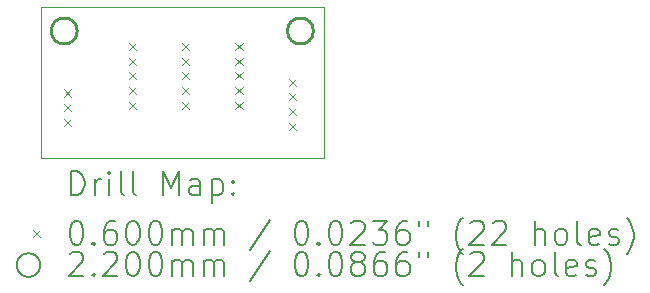
<source format=gbr>
%TF.GenerationSoftware,KiCad,Pcbnew,8.0.3-8.0.3-0~ubuntu22.04.1*%
%TF.CreationDate,2024-06-15T19:30:14-04:00*%
%TF.ProjectId,head_board,68656164-5f62-46f6-9172-642e6b696361,rev?*%
%TF.SameCoordinates,Original*%
%TF.FileFunction,Drillmap*%
%TF.FilePolarity,Positive*%
%FSLAX45Y45*%
G04 Gerber Fmt 4.5, Leading zero omitted, Abs format (unit mm)*
G04 Created by KiCad (PCBNEW 8.0.3-8.0.3-0~ubuntu22.04.1) date 2024-06-15 19:30:14*
%MOMM*%
%LPD*%
G01*
G04 APERTURE LIST*
%ADD10C,0.050000*%
%ADD11C,0.200000*%
%ADD12C,0.100000*%
%ADD13C,0.220000*%
G04 APERTURE END LIST*
D10*
X7000000Y-8275000D02*
X7000000Y-7000000D01*
X9400000Y-7000000D02*
X9400000Y-8275000D01*
X9400000Y-8275000D02*
X7000000Y-8275000D01*
X7000000Y-7000000D02*
X9400000Y-7000000D01*
D11*
D12*
X7195000Y-7695000D02*
X7255000Y-7755000D01*
X7255000Y-7695000D02*
X7195000Y-7755000D01*
X7195000Y-7820000D02*
X7255000Y-7880000D01*
X7255000Y-7820000D02*
X7195000Y-7880000D01*
X7195000Y-7945000D02*
X7255000Y-8005000D01*
X7255000Y-7945000D02*
X7195000Y-8005000D01*
X7750000Y-7300000D02*
X7810000Y-7360000D01*
X7810000Y-7300000D02*
X7750000Y-7360000D01*
X7750000Y-7425000D02*
X7810000Y-7485000D01*
X7810000Y-7425000D02*
X7750000Y-7485000D01*
X7750000Y-7550000D02*
X7810000Y-7610000D01*
X7810000Y-7550000D02*
X7750000Y-7610000D01*
X7750000Y-7675000D02*
X7810000Y-7735000D01*
X7810000Y-7675000D02*
X7750000Y-7735000D01*
X7750000Y-7800000D02*
X7810000Y-7860000D01*
X7810000Y-7800000D02*
X7750000Y-7860000D01*
X8200000Y-7300000D02*
X8260000Y-7360000D01*
X8260000Y-7300000D02*
X8200000Y-7360000D01*
X8200000Y-7425000D02*
X8260000Y-7485000D01*
X8260000Y-7425000D02*
X8200000Y-7485000D01*
X8200000Y-7550000D02*
X8260000Y-7610000D01*
X8260000Y-7550000D02*
X8200000Y-7610000D01*
X8200000Y-7675000D02*
X8260000Y-7735000D01*
X8260000Y-7675000D02*
X8200000Y-7735000D01*
X8200000Y-7800000D02*
X8260000Y-7860000D01*
X8260000Y-7800000D02*
X8200000Y-7860000D01*
X8650000Y-7300000D02*
X8710000Y-7360000D01*
X8710000Y-7300000D02*
X8650000Y-7360000D01*
X8650000Y-7425000D02*
X8710000Y-7485000D01*
X8710000Y-7425000D02*
X8650000Y-7485000D01*
X8650000Y-7550000D02*
X8710000Y-7610000D01*
X8710000Y-7550000D02*
X8650000Y-7610000D01*
X8650000Y-7675000D02*
X8710000Y-7735000D01*
X8710000Y-7675000D02*
X8650000Y-7735000D01*
X8650000Y-7800000D02*
X8710000Y-7860000D01*
X8710000Y-7800000D02*
X8650000Y-7860000D01*
X9100000Y-7602500D02*
X9160000Y-7662500D01*
X9160000Y-7602500D02*
X9100000Y-7662500D01*
X9100000Y-7727500D02*
X9160000Y-7787500D01*
X9160000Y-7727500D02*
X9100000Y-7787500D01*
X9100000Y-7852500D02*
X9160000Y-7912500D01*
X9160000Y-7852500D02*
X9100000Y-7912500D01*
X9100000Y-7977500D02*
X9160000Y-8037500D01*
X9160000Y-7977500D02*
X9100000Y-8037500D01*
D13*
X7310000Y-7200000D02*
G75*
G02*
X7090000Y-7200000I-110000J0D01*
G01*
X7090000Y-7200000D02*
G75*
G02*
X7310000Y-7200000I110000J0D01*
G01*
X9310000Y-7200000D02*
G75*
G02*
X9090000Y-7200000I-110000J0D01*
G01*
X9090000Y-7200000D02*
G75*
G02*
X9310000Y-7200000I110000J0D01*
G01*
D11*
X7258277Y-8588984D02*
X7258277Y-8388984D01*
X7258277Y-8388984D02*
X7305896Y-8388984D01*
X7305896Y-8388984D02*
X7334467Y-8398508D01*
X7334467Y-8398508D02*
X7353515Y-8417555D01*
X7353515Y-8417555D02*
X7363039Y-8436603D01*
X7363039Y-8436603D02*
X7372562Y-8474698D01*
X7372562Y-8474698D02*
X7372562Y-8503270D01*
X7372562Y-8503270D02*
X7363039Y-8541365D01*
X7363039Y-8541365D02*
X7353515Y-8560412D01*
X7353515Y-8560412D02*
X7334467Y-8579460D01*
X7334467Y-8579460D02*
X7305896Y-8588984D01*
X7305896Y-8588984D02*
X7258277Y-8588984D01*
X7458277Y-8588984D02*
X7458277Y-8455650D01*
X7458277Y-8493746D02*
X7467801Y-8474698D01*
X7467801Y-8474698D02*
X7477324Y-8465174D01*
X7477324Y-8465174D02*
X7496372Y-8455650D01*
X7496372Y-8455650D02*
X7515420Y-8455650D01*
X7582086Y-8588984D02*
X7582086Y-8455650D01*
X7582086Y-8388984D02*
X7572562Y-8398508D01*
X7572562Y-8398508D02*
X7582086Y-8408031D01*
X7582086Y-8408031D02*
X7591610Y-8398508D01*
X7591610Y-8398508D02*
X7582086Y-8388984D01*
X7582086Y-8388984D02*
X7582086Y-8408031D01*
X7705896Y-8588984D02*
X7686848Y-8579460D01*
X7686848Y-8579460D02*
X7677324Y-8560412D01*
X7677324Y-8560412D02*
X7677324Y-8388984D01*
X7810658Y-8588984D02*
X7791610Y-8579460D01*
X7791610Y-8579460D02*
X7782086Y-8560412D01*
X7782086Y-8560412D02*
X7782086Y-8388984D01*
X8039229Y-8588984D02*
X8039229Y-8388984D01*
X8039229Y-8388984D02*
X8105896Y-8531841D01*
X8105896Y-8531841D02*
X8172562Y-8388984D01*
X8172562Y-8388984D02*
X8172562Y-8588984D01*
X8353515Y-8588984D02*
X8353515Y-8484222D01*
X8353515Y-8484222D02*
X8343991Y-8465174D01*
X8343991Y-8465174D02*
X8324943Y-8455650D01*
X8324943Y-8455650D02*
X8286848Y-8455650D01*
X8286848Y-8455650D02*
X8267801Y-8465174D01*
X8353515Y-8579460D02*
X8334467Y-8588984D01*
X8334467Y-8588984D02*
X8286848Y-8588984D01*
X8286848Y-8588984D02*
X8267801Y-8579460D01*
X8267801Y-8579460D02*
X8258277Y-8560412D01*
X8258277Y-8560412D02*
X8258277Y-8541365D01*
X8258277Y-8541365D02*
X8267801Y-8522317D01*
X8267801Y-8522317D02*
X8286848Y-8512793D01*
X8286848Y-8512793D02*
X8334467Y-8512793D01*
X8334467Y-8512793D02*
X8353515Y-8503270D01*
X8448753Y-8455650D02*
X8448753Y-8655650D01*
X8448753Y-8465174D02*
X8467801Y-8455650D01*
X8467801Y-8455650D02*
X8505896Y-8455650D01*
X8505896Y-8455650D02*
X8524944Y-8465174D01*
X8524944Y-8465174D02*
X8534467Y-8474698D01*
X8534467Y-8474698D02*
X8543991Y-8493746D01*
X8543991Y-8493746D02*
X8543991Y-8550889D01*
X8543991Y-8550889D02*
X8534467Y-8569936D01*
X8534467Y-8569936D02*
X8524944Y-8579460D01*
X8524944Y-8579460D02*
X8505896Y-8588984D01*
X8505896Y-8588984D02*
X8467801Y-8588984D01*
X8467801Y-8588984D02*
X8448753Y-8579460D01*
X8629705Y-8569936D02*
X8639229Y-8579460D01*
X8639229Y-8579460D02*
X8629705Y-8588984D01*
X8629705Y-8588984D02*
X8620182Y-8579460D01*
X8620182Y-8579460D02*
X8629705Y-8569936D01*
X8629705Y-8569936D02*
X8629705Y-8588984D01*
X8629705Y-8465174D02*
X8639229Y-8474698D01*
X8639229Y-8474698D02*
X8629705Y-8484222D01*
X8629705Y-8484222D02*
X8620182Y-8474698D01*
X8620182Y-8474698D02*
X8629705Y-8465174D01*
X8629705Y-8465174D02*
X8629705Y-8484222D01*
D12*
X6937500Y-8887500D02*
X6997500Y-8947500D01*
X6997500Y-8887500D02*
X6937500Y-8947500D01*
D11*
X7296372Y-8808984D02*
X7315420Y-8808984D01*
X7315420Y-8808984D02*
X7334467Y-8818508D01*
X7334467Y-8818508D02*
X7343991Y-8828031D01*
X7343991Y-8828031D02*
X7353515Y-8847079D01*
X7353515Y-8847079D02*
X7363039Y-8885174D01*
X7363039Y-8885174D02*
X7363039Y-8932793D01*
X7363039Y-8932793D02*
X7353515Y-8970889D01*
X7353515Y-8970889D02*
X7343991Y-8989936D01*
X7343991Y-8989936D02*
X7334467Y-8999460D01*
X7334467Y-8999460D02*
X7315420Y-9008984D01*
X7315420Y-9008984D02*
X7296372Y-9008984D01*
X7296372Y-9008984D02*
X7277324Y-8999460D01*
X7277324Y-8999460D02*
X7267801Y-8989936D01*
X7267801Y-8989936D02*
X7258277Y-8970889D01*
X7258277Y-8970889D02*
X7248753Y-8932793D01*
X7248753Y-8932793D02*
X7248753Y-8885174D01*
X7248753Y-8885174D02*
X7258277Y-8847079D01*
X7258277Y-8847079D02*
X7267801Y-8828031D01*
X7267801Y-8828031D02*
X7277324Y-8818508D01*
X7277324Y-8818508D02*
X7296372Y-8808984D01*
X7448753Y-8989936D02*
X7458277Y-8999460D01*
X7458277Y-8999460D02*
X7448753Y-9008984D01*
X7448753Y-9008984D02*
X7439229Y-8999460D01*
X7439229Y-8999460D02*
X7448753Y-8989936D01*
X7448753Y-8989936D02*
X7448753Y-9008984D01*
X7629705Y-8808984D02*
X7591610Y-8808984D01*
X7591610Y-8808984D02*
X7572562Y-8818508D01*
X7572562Y-8818508D02*
X7563039Y-8828031D01*
X7563039Y-8828031D02*
X7543991Y-8856603D01*
X7543991Y-8856603D02*
X7534467Y-8894698D01*
X7534467Y-8894698D02*
X7534467Y-8970889D01*
X7534467Y-8970889D02*
X7543991Y-8989936D01*
X7543991Y-8989936D02*
X7553515Y-8999460D01*
X7553515Y-8999460D02*
X7572562Y-9008984D01*
X7572562Y-9008984D02*
X7610658Y-9008984D01*
X7610658Y-9008984D02*
X7629705Y-8999460D01*
X7629705Y-8999460D02*
X7639229Y-8989936D01*
X7639229Y-8989936D02*
X7648753Y-8970889D01*
X7648753Y-8970889D02*
X7648753Y-8923270D01*
X7648753Y-8923270D02*
X7639229Y-8904222D01*
X7639229Y-8904222D02*
X7629705Y-8894698D01*
X7629705Y-8894698D02*
X7610658Y-8885174D01*
X7610658Y-8885174D02*
X7572562Y-8885174D01*
X7572562Y-8885174D02*
X7553515Y-8894698D01*
X7553515Y-8894698D02*
X7543991Y-8904222D01*
X7543991Y-8904222D02*
X7534467Y-8923270D01*
X7772562Y-8808984D02*
X7791610Y-8808984D01*
X7791610Y-8808984D02*
X7810658Y-8818508D01*
X7810658Y-8818508D02*
X7820182Y-8828031D01*
X7820182Y-8828031D02*
X7829705Y-8847079D01*
X7829705Y-8847079D02*
X7839229Y-8885174D01*
X7839229Y-8885174D02*
X7839229Y-8932793D01*
X7839229Y-8932793D02*
X7829705Y-8970889D01*
X7829705Y-8970889D02*
X7820182Y-8989936D01*
X7820182Y-8989936D02*
X7810658Y-8999460D01*
X7810658Y-8999460D02*
X7791610Y-9008984D01*
X7791610Y-9008984D02*
X7772562Y-9008984D01*
X7772562Y-9008984D02*
X7753515Y-8999460D01*
X7753515Y-8999460D02*
X7743991Y-8989936D01*
X7743991Y-8989936D02*
X7734467Y-8970889D01*
X7734467Y-8970889D02*
X7724943Y-8932793D01*
X7724943Y-8932793D02*
X7724943Y-8885174D01*
X7724943Y-8885174D02*
X7734467Y-8847079D01*
X7734467Y-8847079D02*
X7743991Y-8828031D01*
X7743991Y-8828031D02*
X7753515Y-8818508D01*
X7753515Y-8818508D02*
X7772562Y-8808984D01*
X7963039Y-8808984D02*
X7982086Y-8808984D01*
X7982086Y-8808984D02*
X8001134Y-8818508D01*
X8001134Y-8818508D02*
X8010658Y-8828031D01*
X8010658Y-8828031D02*
X8020182Y-8847079D01*
X8020182Y-8847079D02*
X8029705Y-8885174D01*
X8029705Y-8885174D02*
X8029705Y-8932793D01*
X8029705Y-8932793D02*
X8020182Y-8970889D01*
X8020182Y-8970889D02*
X8010658Y-8989936D01*
X8010658Y-8989936D02*
X8001134Y-8999460D01*
X8001134Y-8999460D02*
X7982086Y-9008984D01*
X7982086Y-9008984D02*
X7963039Y-9008984D01*
X7963039Y-9008984D02*
X7943991Y-8999460D01*
X7943991Y-8999460D02*
X7934467Y-8989936D01*
X7934467Y-8989936D02*
X7924943Y-8970889D01*
X7924943Y-8970889D02*
X7915420Y-8932793D01*
X7915420Y-8932793D02*
X7915420Y-8885174D01*
X7915420Y-8885174D02*
X7924943Y-8847079D01*
X7924943Y-8847079D02*
X7934467Y-8828031D01*
X7934467Y-8828031D02*
X7943991Y-8818508D01*
X7943991Y-8818508D02*
X7963039Y-8808984D01*
X8115420Y-9008984D02*
X8115420Y-8875650D01*
X8115420Y-8894698D02*
X8124943Y-8885174D01*
X8124943Y-8885174D02*
X8143991Y-8875650D01*
X8143991Y-8875650D02*
X8172563Y-8875650D01*
X8172563Y-8875650D02*
X8191610Y-8885174D01*
X8191610Y-8885174D02*
X8201134Y-8904222D01*
X8201134Y-8904222D02*
X8201134Y-9008984D01*
X8201134Y-8904222D02*
X8210658Y-8885174D01*
X8210658Y-8885174D02*
X8229705Y-8875650D01*
X8229705Y-8875650D02*
X8258277Y-8875650D01*
X8258277Y-8875650D02*
X8277324Y-8885174D01*
X8277324Y-8885174D02*
X8286848Y-8904222D01*
X8286848Y-8904222D02*
X8286848Y-9008984D01*
X8382086Y-9008984D02*
X8382086Y-8875650D01*
X8382086Y-8894698D02*
X8391610Y-8885174D01*
X8391610Y-8885174D02*
X8410658Y-8875650D01*
X8410658Y-8875650D02*
X8439229Y-8875650D01*
X8439229Y-8875650D02*
X8458277Y-8885174D01*
X8458277Y-8885174D02*
X8467801Y-8904222D01*
X8467801Y-8904222D02*
X8467801Y-9008984D01*
X8467801Y-8904222D02*
X8477325Y-8885174D01*
X8477325Y-8885174D02*
X8496372Y-8875650D01*
X8496372Y-8875650D02*
X8524944Y-8875650D01*
X8524944Y-8875650D02*
X8543991Y-8885174D01*
X8543991Y-8885174D02*
X8553515Y-8904222D01*
X8553515Y-8904222D02*
X8553515Y-9008984D01*
X8943991Y-8799460D02*
X8772563Y-9056603D01*
X9201134Y-8808984D02*
X9220182Y-8808984D01*
X9220182Y-8808984D02*
X9239229Y-8818508D01*
X9239229Y-8818508D02*
X9248753Y-8828031D01*
X9248753Y-8828031D02*
X9258277Y-8847079D01*
X9258277Y-8847079D02*
X9267801Y-8885174D01*
X9267801Y-8885174D02*
X9267801Y-8932793D01*
X9267801Y-8932793D02*
X9258277Y-8970889D01*
X9258277Y-8970889D02*
X9248753Y-8989936D01*
X9248753Y-8989936D02*
X9239229Y-8999460D01*
X9239229Y-8999460D02*
X9220182Y-9008984D01*
X9220182Y-9008984D02*
X9201134Y-9008984D01*
X9201134Y-9008984D02*
X9182087Y-8999460D01*
X9182087Y-8999460D02*
X9172563Y-8989936D01*
X9172563Y-8989936D02*
X9163039Y-8970889D01*
X9163039Y-8970889D02*
X9153515Y-8932793D01*
X9153515Y-8932793D02*
X9153515Y-8885174D01*
X9153515Y-8885174D02*
X9163039Y-8847079D01*
X9163039Y-8847079D02*
X9172563Y-8828031D01*
X9172563Y-8828031D02*
X9182087Y-8818508D01*
X9182087Y-8818508D02*
X9201134Y-8808984D01*
X9353515Y-8989936D02*
X9363039Y-8999460D01*
X9363039Y-8999460D02*
X9353515Y-9008984D01*
X9353515Y-9008984D02*
X9343991Y-8999460D01*
X9343991Y-8999460D02*
X9353515Y-8989936D01*
X9353515Y-8989936D02*
X9353515Y-9008984D01*
X9486848Y-8808984D02*
X9505896Y-8808984D01*
X9505896Y-8808984D02*
X9524944Y-8818508D01*
X9524944Y-8818508D02*
X9534468Y-8828031D01*
X9534468Y-8828031D02*
X9543991Y-8847079D01*
X9543991Y-8847079D02*
X9553515Y-8885174D01*
X9553515Y-8885174D02*
X9553515Y-8932793D01*
X9553515Y-8932793D02*
X9543991Y-8970889D01*
X9543991Y-8970889D02*
X9534468Y-8989936D01*
X9534468Y-8989936D02*
X9524944Y-8999460D01*
X9524944Y-8999460D02*
X9505896Y-9008984D01*
X9505896Y-9008984D02*
X9486848Y-9008984D01*
X9486848Y-9008984D02*
X9467801Y-8999460D01*
X9467801Y-8999460D02*
X9458277Y-8989936D01*
X9458277Y-8989936D02*
X9448753Y-8970889D01*
X9448753Y-8970889D02*
X9439229Y-8932793D01*
X9439229Y-8932793D02*
X9439229Y-8885174D01*
X9439229Y-8885174D02*
X9448753Y-8847079D01*
X9448753Y-8847079D02*
X9458277Y-8828031D01*
X9458277Y-8828031D02*
X9467801Y-8818508D01*
X9467801Y-8818508D02*
X9486848Y-8808984D01*
X9629706Y-8828031D02*
X9639229Y-8818508D01*
X9639229Y-8818508D02*
X9658277Y-8808984D01*
X9658277Y-8808984D02*
X9705896Y-8808984D01*
X9705896Y-8808984D02*
X9724944Y-8818508D01*
X9724944Y-8818508D02*
X9734468Y-8828031D01*
X9734468Y-8828031D02*
X9743991Y-8847079D01*
X9743991Y-8847079D02*
X9743991Y-8866127D01*
X9743991Y-8866127D02*
X9734468Y-8894698D01*
X9734468Y-8894698D02*
X9620182Y-9008984D01*
X9620182Y-9008984D02*
X9743991Y-9008984D01*
X9810658Y-8808984D02*
X9934468Y-8808984D01*
X9934468Y-8808984D02*
X9867801Y-8885174D01*
X9867801Y-8885174D02*
X9896372Y-8885174D01*
X9896372Y-8885174D02*
X9915420Y-8894698D01*
X9915420Y-8894698D02*
X9924944Y-8904222D01*
X9924944Y-8904222D02*
X9934468Y-8923270D01*
X9934468Y-8923270D02*
X9934468Y-8970889D01*
X9934468Y-8970889D02*
X9924944Y-8989936D01*
X9924944Y-8989936D02*
X9915420Y-8999460D01*
X9915420Y-8999460D02*
X9896372Y-9008984D01*
X9896372Y-9008984D02*
X9839229Y-9008984D01*
X9839229Y-9008984D02*
X9820182Y-8999460D01*
X9820182Y-8999460D02*
X9810658Y-8989936D01*
X10105896Y-8808984D02*
X10067801Y-8808984D01*
X10067801Y-8808984D02*
X10048753Y-8818508D01*
X10048753Y-8818508D02*
X10039229Y-8828031D01*
X10039229Y-8828031D02*
X10020182Y-8856603D01*
X10020182Y-8856603D02*
X10010658Y-8894698D01*
X10010658Y-8894698D02*
X10010658Y-8970889D01*
X10010658Y-8970889D02*
X10020182Y-8989936D01*
X10020182Y-8989936D02*
X10029706Y-8999460D01*
X10029706Y-8999460D02*
X10048753Y-9008984D01*
X10048753Y-9008984D02*
X10086849Y-9008984D01*
X10086849Y-9008984D02*
X10105896Y-8999460D01*
X10105896Y-8999460D02*
X10115420Y-8989936D01*
X10115420Y-8989936D02*
X10124944Y-8970889D01*
X10124944Y-8970889D02*
X10124944Y-8923270D01*
X10124944Y-8923270D02*
X10115420Y-8904222D01*
X10115420Y-8904222D02*
X10105896Y-8894698D01*
X10105896Y-8894698D02*
X10086849Y-8885174D01*
X10086849Y-8885174D02*
X10048753Y-8885174D01*
X10048753Y-8885174D02*
X10029706Y-8894698D01*
X10029706Y-8894698D02*
X10020182Y-8904222D01*
X10020182Y-8904222D02*
X10010658Y-8923270D01*
X10201134Y-8808984D02*
X10201134Y-8847079D01*
X10277325Y-8808984D02*
X10277325Y-8847079D01*
X10572563Y-9085174D02*
X10563039Y-9075650D01*
X10563039Y-9075650D02*
X10543991Y-9047079D01*
X10543991Y-9047079D02*
X10534468Y-9028031D01*
X10534468Y-9028031D02*
X10524944Y-8999460D01*
X10524944Y-8999460D02*
X10515420Y-8951841D01*
X10515420Y-8951841D02*
X10515420Y-8913746D01*
X10515420Y-8913746D02*
X10524944Y-8866127D01*
X10524944Y-8866127D02*
X10534468Y-8837555D01*
X10534468Y-8837555D02*
X10543991Y-8818508D01*
X10543991Y-8818508D02*
X10563039Y-8789936D01*
X10563039Y-8789936D02*
X10572563Y-8780412D01*
X10639230Y-8828031D02*
X10648753Y-8818508D01*
X10648753Y-8818508D02*
X10667801Y-8808984D01*
X10667801Y-8808984D02*
X10715420Y-8808984D01*
X10715420Y-8808984D02*
X10734468Y-8818508D01*
X10734468Y-8818508D02*
X10743991Y-8828031D01*
X10743991Y-8828031D02*
X10753515Y-8847079D01*
X10753515Y-8847079D02*
X10753515Y-8866127D01*
X10753515Y-8866127D02*
X10743991Y-8894698D01*
X10743991Y-8894698D02*
X10629706Y-9008984D01*
X10629706Y-9008984D02*
X10753515Y-9008984D01*
X10829706Y-8828031D02*
X10839230Y-8818508D01*
X10839230Y-8818508D02*
X10858277Y-8808984D01*
X10858277Y-8808984D02*
X10905896Y-8808984D01*
X10905896Y-8808984D02*
X10924944Y-8818508D01*
X10924944Y-8818508D02*
X10934468Y-8828031D01*
X10934468Y-8828031D02*
X10943991Y-8847079D01*
X10943991Y-8847079D02*
X10943991Y-8866127D01*
X10943991Y-8866127D02*
X10934468Y-8894698D01*
X10934468Y-8894698D02*
X10820182Y-9008984D01*
X10820182Y-9008984D02*
X10943991Y-9008984D01*
X11182087Y-9008984D02*
X11182087Y-8808984D01*
X11267801Y-9008984D02*
X11267801Y-8904222D01*
X11267801Y-8904222D02*
X11258277Y-8885174D01*
X11258277Y-8885174D02*
X11239230Y-8875650D01*
X11239230Y-8875650D02*
X11210658Y-8875650D01*
X11210658Y-8875650D02*
X11191610Y-8885174D01*
X11191610Y-8885174D02*
X11182087Y-8894698D01*
X11391610Y-9008984D02*
X11372563Y-8999460D01*
X11372563Y-8999460D02*
X11363039Y-8989936D01*
X11363039Y-8989936D02*
X11353515Y-8970889D01*
X11353515Y-8970889D02*
X11353515Y-8913746D01*
X11353515Y-8913746D02*
X11363039Y-8894698D01*
X11363039Y-8894698D02*
X11372563Y-8885174D01*
X11372563Y-8885174D02*
X11391610Y-8875650D01*
X11391610Y-8875650D02*
X11420182Y-8875650D01*
X11420182Y-8875650D02*
X11439230Y-8885174D01*
X11439230Y-8885174D02*
X11448753Y-8894698D01*
X11448753Y-8894698D02*
X11458277Y-8913746D01*
X11458277Y-8913746D02*
X11458277Y-8970889D01*
X11458277Y-8970889D02*
X11448753Y-8989936D01*
X11448753Y-8989936D02*
X11439230Y-8999460D01*
X11439230Y-8999460D02*
X11420182Y-9008984D01*
X11420182Y-9008984D02*
X11391610Y-9008984D01*
X11572563Y-9008984D02*
X11553515Y-8999460D01*
X11553515Y-8999460D02*
X11543991Y-8980412D01*
X11543991Y-8980412D02*
X11543991Y-8808984D01*
X11724944Y-8999460D02*
X11705896Y-9008984D01*
X11705896Y-9008984D02*
X11667801Y-9008984D01*
X11667801Y-9008984D02*
X11648753Y-8999460D01*
X11648753Y-8999460D02*
X11639230Y-8980412D01*
X11639230Y-8980412D02*
X11639230Y-8904222D01*
X11639230Y-8904222D02*
X11648753Y-8885174D01*
X11648753Y-8885174D02*
X11667801Y-8875650D01*
X11667801Y-8875650D02*
X11705896Y-8875650D01*
X11705896Y-8875650D02*
X11724944Y-8885174D01*
X11724944Y-8885174D02*
X11734468Y-8904222D01*
X11734468Y-8904222D02*
X11734468Y-8923270D01*
X11734468Y-8923270D02*
X11639230Y-8942317D01*
X11810658Y-8999460D02*
X11829706Y-9008984D01*
X11829706Y-9008984D02*
X11867801Y-9008984D01*
X11867801Y-9008984D02*
X11886849Y-8999460D01*
X11886849Y-8999460D02*
X11896372Y-8980412D01*
X11896372Y-8980412D02*
X11896372Y-8970889D01*
X11896372Y-8970889D02*
X11886849Y-8951841D01*
X11886849Y-8951841D02*
X11867801Y-8942317D01*
X11867801Y-8942317D02*
X11839230Y-8942317D01*
X11839230Y-8942317D02*
X11820182Y-8932793D01*
X11820182Y-8932793D02*
X11810658Y-8913746D01*
X11810658Y-8913746D02*
X11810658Y-8904222D01*
X11810658Y-8904222D02*
X11820182Y-8885174D01*
X11820182Y-8885174D02*
X11839230Y-8875650D01*
X11839230Y-8875650D02*
X11867801Y-8875650D01*
X11867801Y-8875650D02*
X11886849Y-8885174D01*
X11963039Y-9085174D02*
X11972563Y-9075650D01*
X11972563Y-9075650D02*
X11991611Y-9047079D01*
X11991611Y-9047079D02*
X12001134Y-9028031D01*
X12001134Y-9028031D02*
X12010658Y-8999460D01*
X12010658Y-8999460D02*
X12020182Y-8951841D01*
X12020182Y-8951841D02*
X12020182Y-8913746D01*
X12020182Y-8913746D02*
X12010658Y-8866127D01*
X12010658Y-8866127D02*
X12001134Y-8837555D01*
X12001134Y-8837555D02*
X11991611Y-8818508D01*
X11991611Y-8818508D02*
X11972563Y-8789936D01*
X11972563Y-8789936D02*
X11963039Y-8780412D01*
X6997500Y-9181500D02*
G75*
G02*
X6797500Y-9181500I-100000J0D01*
G01*
X6797500Y-9181500D02*
G75*
G02*
X6997500Y-9181500I100000J0D01*
G01*
X7248753Y-9092031D02*
X7258277Y-9082508D01*
X7258277Y-9082508D02*
X7277324Y-9072984D01*
X7277324Y-9072984D02*
X7324943Y-9072984D01*
X7324943Y-9072984D02*
X7343991Y-9082508D01*
X7343991Y-9082508D02*
X7353515Y-9092031D01*
X7353515Y-9092031D02*
X7363039Y-9111079D01*
X7363039Y-9111079D02*
X7363039Y-9130127D01*
X7363039Y-9130127D02*
X7353515Y-9158698D01*
X7353515Y-9158698D02*
X7239229Y-9272984D01*
X7239229Y-9272984D02*
X7363039Y-9272984D01*
X7448753Y-9253936D02*
X7458277Y-9263460D01*
X7458277Y-9263460D02*
X7448753Y-9272984D01*
X7448753Y-9272984D02*
X7439229Y-9263460D01*
X7439229Y-9263460D02*
X7448753Y-9253936D01*
X7448753Y-9253936D02*
X7448753Y-9272984D01*
X7534467Y-9092031D02*
X7543991Y-9082508D01*
X7543991Y-9082508D02*
X7563039Y-9072984D01*
X7563039Y-9072984D02*
X7610658Y-9072984D01*
X7610658Y-9072984D02*
X7629705Y-9082508D01*
X7629705Y-9082508D02*
X7639229Y-9092031D01*
X7639229Y-9092031D02*
X7648753Y-9111079D01*
X7648753Y-9111079D02*
X7648753Y-9130127D01*
X7648753Y-9130127D02*
X7639229Y-9158698D01*
X7639229Y-9158698D02*
X7524943Y-9272984D01*
X7524943Y-9272984D02*
X7648753Y-9272984D01*
X7772562Y-9072984D02*
X7791610Y-9072984D01*
X7791610Y-9072984D02*
X7810658Y-9082508D01*
X7810658Y-9082508D02*
X7820182Y-9092031D01*
X7820182Y-9092031D02*
X7829705Y-9111079D01*
X7829705Y-9111079D02*
X7839229Y-9149174D01*
X7839229Y-9149174D02*
X7839229Y-9196793D01*
X7839229Y-9196793D02*
X7829705Y-9234889D01*
X7829705Y-9234889D02*
X7820182Y-9253936D01*
X7820182Y-9253936D02*
X7810658Y-9263460D01*
X7810658Y-9263460D02*
X7791610Y-9272984D01*
X7791610Y-9272984D02*
X7772562Y-9272984D01*
X7772562Y-9272984D02*
X7753515Y-9263460D01*
X7753515Y-9263460D02*
X7743991Y-9253936D01*
X7743991Y-9253936D02*
X7734467Y-9234889D01*
X7734467Y-9234889D02*
X7724943Y-9196793D01*
X7724943Y-9196793D02*
X7724943Y-9149174D01*
X7724943Y-9149174D02*
X7734467Y-9111079D01*
X7734467Y-9111079D02*
X7743991Y-9092031D01*
X7743991Y-9092031D02*
X7753515Y-9082508D01*
X7753515Y-9082508D02*
X7772562Y-9072984D01*
X7963039Y-9072984D02*
X7982086Y-9072984D01*
X7982086Y-9072984D02*
X8001134Y-9082508D01*
X8001134Y-9082508D02*
X8010658Y-9092031D01*
X8010658Y-9092031D02*
X8020182Y-9111079D01*
X8020182Y-9111079D02*
X8029705Y-9149174D01*
X8029705Y-9149174D02*
X8029705Y-9196793D01*
X8029705Y-9196793D02*
X8020182Y-9234889D01*
X8020182Y-9234889D02*
X8010658Y-9253936D01*
X8010658Y-9253936D02*
X8001134Y-9263460D01*
X8001134Y-9263460D02*
X7982086Y-9272984D01*
X7982086Y-9272984D02*
X7963039Y-9272984D01*
X7963039Y-9272984D02*
X7943991Y-9263460D01*
X7943991Y-9263460D02*
X7934467Y-9253936D01*
X7934467Y-9253936D02*
X7924943Y-9234889D01*
X7924943Y-9234889D02*
X7915420Y-9196793D01*
X7915420Y-9196793D02*
X7915420Y-9149174D01*
X7915420Y-9149174D02*
X7924943Y-9111079D01*
X7924943Y-9111079D02*
X7934467Y-9092031D01*
X7934467Y-9092031D02*
X7943991Y-9082508D01*
X7943991Y-9082508D02*
X7963039Y-9072984D01*
X8115420Y-9272984D02*
X8115420Y-9139650D01*
X8115420Y-9158698D02*
X8124943Y-9149174D01*
X8124943Y-9149174D02*
X8143991Y-9139650D01*
X8143991Y-9139650D02*
X8172563Y-9139650D01*
X8172563Y-9139650D02*
X8191610Y-9149174D01*
X8191610Y-9149174D02*
X8201134Y-9168222D01*
X8201134Y-9168222D02*
X8201134Y-9272984D01*
X8201134Y-9168222D02*
X8210658Y-9149174D01*
X8210658Y-9149174D02*
X8229705Y-9139650D01*
X8229705Y-9139650D02*
X8258277Y-9139650D01*
X8258277Y-9139650D02*
X8277324Y-9149174D01*
X8277324Y-9149174D02*
X8286848Y-9168222D01*
X8286848Y-9168222D02*
X8286848Y-9272984D01*
X8382086Y-9272984D02*
X8382086Y-9139650D01*
X8382086Y-9158698D02*
X8391610Y-9149174D01*
X8391610Y-9149174D02*
X8410658Y-9139650D01*
X8410658Y-9139650D02*
X8439229Y-9139650D01*
X8439229Y-9139650D02*
X8458277Y-9149174D01*
X8458277Y-9149174D02*
X8467801Y-9168222D01*
X8467801Y-9168222D02*
X8467801Y-9272984D01*
X8467801Y-9168222D02*
X8477325Y-9149174D01*
X8477325Y-9149174D02*
X8496372Y-9139650D01*
X8496372Y-9139650D02*
X8524944Y-9139650D01*
X8524944Y-9139650D02*
X8543991Y-9149174D01*
X8543991Y-9149174D02*
X8553515Y-9168222D01*
X8553515Y-9168222D02*
X8553515Y-9272984D01*
X8943991Y-9063460D02*
X8772563Y-9320603D01*
X9201134Y-9072984D02*
X9220182Y-9072984D01*
X9220182Y-9072984D02*
X9239229Y-9082508D01*
X9239229Y-9082508D02*
X9248753Y-9092031D01*
X9248753Y-9092031D02*
X9258277Y-9111079D01*
X9258277Y-9111079D02*
X9267801Y-9149174D01*
X9267801Y-9149174D02*
X9267801Y-9196793D01*
X9267801Y-9196793D02*
X9258277Y-9234889D01*
X9258277Y-9234889D02*
X9248753Y-9253936D01*
X9248753Y-9253936D02*
X9239229Y-9263460D01*
X9239229Y-9263460D02*
X9220182Y-9272984D01*
X9220182Y-9272984D02*
X9201134Y-9272984D01*
X9201134Y-9272984D02*
X9182087Y-9263460D01*
X9182087Y-9263460D02*
X9172563Y-9253936D01*
X9172563Y-9253936D02*
X9163039Y-9234889D01*
X9163039Y-9234889D02*
X9153515Y-9196793D01*
X9153515Y-9196793D02*
X9153515Y-9149174D01*
X9153515Y-9149174D02*
X9163039Y-9111079D01*
X9163039Y-9111079D02*
X9172563Y-9092031D01*
X9172563Y-9092031D02*
X9182087Y-9082508D01*
X9182087Y-9082508D02*
X9201134Y-9072984D01*
X9353515Y-9253936D02*
X9363039Y-9263460D01*
X9363039Y-9263460D02*
X9353515Y-9272984D01*
X9353515Y-9272984D02*
X9343991Y-9263460D01*
X9343991Y-9263460D02*
X9353515Y-9253936D01*
X9353515Y-9253936D02*
X9353515Y-9272984D01*
X9486848Y-9072984D02*
X9505896Y-9072984D01*
X9505896Y-9072984D02*
X9524944Y-9082508D01*
X9524944Y-9082508D02*
X9534468Y-9092031D01*
X9534468Y-9092031D02*
X9543991Y-9111079D01*
X9543991Y-9111079D02*
X9553515Y-9149174D01*
X9553515Y-9149174D02*
X9553515Y-9196793D01*
X9553515Y-9196793D02*
X9543991Y-9234889D01*
X9543991Y-9234889D02*
X9534468Y-9253936D01*
X9534468Y-9253936D02*
X9524944Y-9263460D01*
X9524944Y-9263460D02*
X9505896Y-9272984D01*
X9505896Y-9272984D02*
X9486848Y-9272984D01*
X9486848Y-9272984D02*
X9467801Y-9263460D01*
X9467801Y-9263460D02*
X9458277Y-9253936D01*
X9458277Y-9253936D02*
X9448753Y-9234889D01*
X9448753Y-9234889D02*
X9439229Y-9196793D01*
X9439229Y-9196793D02*
X9439229Y-9149174D01*
X9439229Y-9149174D02*
X9448753Y-9111079D01*
X9448753Y-9111079D02*
X9458277Y-9092031D01*
X9458277Y-9092031D02*
X9467801Y-9082508D01*
X9467801Y-9082508D02*
X9486848Y-9072984D01*
X9667801Y-9158698D02*
X9648753Y-9149174D01*
X9648753Y-9149174D02*
X9639229Y-9139650D01*
X9639229Y-9139650D02*
X9629706Y-9120603D01*
X9629706Y-9120603D02*
X9629706Y-9111079D01*
X9629706Y-9111079D02*
X9639229Y-9092031D01*
X9639229Y-9092031D02*
X9648753Y-9082508D01*
X9648753Y-9082508D02*
X9667801Y-9072984D01*
X9667801Y-9072984D02*
X9705896Y-9072984D01*
X9705896Y-9072984D02*
X9724944Y-9082508D01*
X9724944Y-9082508D02*
X9734468Y-9092031D01*
X9734468Y-9092031D02*
X9743991Y-9111079D01*
X9743991Y-9111079D02*
X9743991Y-9120603D01*
X9743991Y-9120603D02*
X9734468Y-9139650D01*
X9734468Y-9139650D02*
X9724944Y-9149174D01*
X9724944Y-9149174D02*
X9705896Y-9158698D01*
X9705896Y-9158698D02*
X9667801Y-9158698D01*
X9667801Y-9158698D02*
X9648753Y-9168222D01*
X9648753Y-9168222D02*
X9639229Y-9177746D01*
X9639229Y-9177746D02*
X9629706Y-9196793D01*
X9629706Y-9196793D02*
X9629706Y-9234889D01*
X9629706Y-9234889D02*
X9639229Y-9253936D01*
X9639229Y-9253936D02*
X9648753Y-9263460D01*
X9648753Y-9263460D02*
X9667801Y-9272984D01*
X9667801Y-9272984D02*
X9705896Y-9272984D01*
X9705896Y-9272984D02*
X9724944Y-9263460D01*
X9724944Y-9263460D02*
X9734468Y-9253936D01*
X9734468Y-9253936D02*
X9743991Y-9234889D01*
X9743991Y-9234889D02*
X9743991Y-9196793D01*
X9743991Y-9196793D02*
X9734468Y-9177746D01*
X9734468Y-9177746D02*
X9724944Y-9168222D01*
X9724944Y-9168222D02*
X9705896Y-9158698D01*
X9915420Y-9072984D02*
X9877325Y-9072984D01*
X9877325Y-9072984D02*
X9858277Y-9082508D01*
X9858277Y-9082508D02*
X9848753Y-9092031D01*
X9848753Y-9092031D02*
X9829706Y-9120603D01*
X9829706Y-9120603D02*
X9820182Y-9158698D01*
X9820182Y-9158698D02*
X9820182Y-9234889D01*
X9820182Y-9234889D02*
X9829706Y-9253936D01*
X9829706Y-9253936D02*
X9839229Y-9263460D01*
X9839229Y-9263460D02*
X9858277Y-9272984D01*
X9858277Y-9272984D02*
X9896372Y-9272984D01*
X9896372Y-9272984D02*
X9915420Y-9263460D01*
X9915420Y-9263460D02*
X9924944Y-9253936D01*
X9924944Y-9253936D02*
X9934468Y-9234889D01*
X9934468Y-9234889D02*
X9934468Y-9187270D01*
X9934468Y-9187270D02*
X9924944Y-9168222D01*
X9924944Y-9168222D02*
X9915420Y-9158698D01*
X9915420Y-9158698D02*
X9896372Y-9149174D01*
X9896372Y-9149174D02*
X9858277Y-9149174D01*
X9858277Y-9149174D02*
X9839229Y-9158698D01*
X9839229Y-9158698D02*
X9829706Y-9168222D01*
X9829706Y-9168222D02*
X9820182Y-9187270D01*
X10105896Y-9072984D02*
X10067801Y-9072984D01*
X10067801Y-9072984D02*
X10048753Y-9082508D01*
X10048753Y-9082508D02*
X10039229Y-9092031D01*
X10039229Y-9092031D02*
X10020182Y-9120603D01*
X10020182Y-9120603D02*
X10010658Y-9158698D01*
X10010658Y-9158698D02*
X10010658Y-9234889D01*
X10010658Y-9234889D02*
X10020182Y-9253936D01*
X10020182Y-9253936D02*
X10029706Y-9263460D01*
X10029706Y-9263460D02*
X10048753Y-9272984D01*
X10048753Y-9272984D02*
X10086849Y-9272984D01*
X10086849Y-9272984D02*
X10105896Y-9263460D01*
X10105896Y-9263460D02*
X10115420Y-9253936D01*
X10115420Y-9253936D02*
X10124944Y-9234889D01*
X10124944Y-9234889D02*
X10124944Y-9187270D01*
X10124944Y-9187270D02*
X10115420Y-9168222D01*
X10115420Y-9168222D02*
X10105896Y-9158698D01*
X10105896Y-9158698D02*
X10086849Y-9149174D01*
X10086849Y-9149174D02*
X10048753Y-9149174D01*
X10048753Y-9149174D02*
X10029706Y-9158698D01*
X10029706Y-9158698D02*
X10020182Y-9168222D01*
X10020182Y-9168222D02*
X10010658Y-9187270D01*
X10201134Y-9072984D02*
X10201134Y-9111079D01*
X10277325Y-9072984D02*
X10277325Y-9111079D01*
X10572563Y-9349174D02*
X10563039Y-9339650D01*
X10563039Y-9339650D02*
X10543991Y-9311079D01*
X10543991Y-9311079D02*
X10534468Y-9292031D01*
X10534468Y-9292031D02*
X10524944Y-9263460D01*
X10524944Y-9263460D02*
X10515420Y-9215841D01*
X10515420Y-9215841D02*
X10515420Y-9177746D01*
X10515420Y-9177746D02*
X10524944Y-9130127D01*
X10524944Y-9130127D02*
X10534468Y-9101555D01*
X10534468Y-9101555D02*
X10543991Y-9082508D01*
X10543991Y-9082508D02*
X10563039Y-9053936D01*
X10563039Y-9053936D02*
X10572563Y-9044412D01*
X10639230Y-9092031D02*
X10648753Y-9082508D01*
X10648753Y-9082508D02*
X10667801Y-9072984D01*
X10667801Y-9072984D02*
X10715420Y-9072984D01*
X10715420Y-9072984D02*
X10734468Y-9082508D01*
X10734468Y-9082508D02*
X10743991Y-9092031D01*
X10743991Y-9092031D02*
X10753515Y-9111079D01*
X10753515Y-9111079D02*
X10753515Y-9130127D01*
X10753515Y-9130127D02*
X10743991Y-9158698D01*
X10743991Y-9158698D02*
X10629706Y-9272984D01*
X10629706Y-9272984D02*
X10753515Y-9272984D01*
X10991611Y-9272984D02*
X10991611Y-9072984D01*
X11077325Y-9272984D02*
X11077325Y-9168222D01*
X11077325Y-9168222D02*
X11067801Y-9149174D01*
X11067801Y-9149174D02*
X11048753Y-9139650D01*
X11048753Y-9139650D02*
X11020182Y-9139650D01*
X11020182Y-9139650D02*
X11001134Y-9149174D01*
X11001134Y-9149174D02*
X10991611Y-9158698D01*
X11201134Y-9272984D02*
X11182087Y-9263460D01*
X11182087Y-9263460D02*
X11172563Y-9253936D01*
X11172563Y-9253936D02*
X11163039Y-9234889D01*
X11163039Y-9234889D02*
X11163039Y-9177746D01*
X11163039Y-9177746D02*
X11172563Y-9158698D01*
X11172563Y-9158698D02*
X11182087Y-9149174D01*
X11182087Y-9149174D02*
X11201134Y-9139650D01*
X11201134Y-9139650D02*
X11229706Y-9139650D01*
X11229706Y-9139650D02*
X11248753Y-9149174D01*
X11248753Y-9149174D02*
X11258277Y-9158698D01*
X11258277Y-9158698D02*
X11267801Y-9177746D01*
X11267801Y-9177746D02*
X11267801Y-9234889D01*
X11267801Y-9234889D02*
X11258277Y-9253936D01*
X11258277Y-9253936D02*
X11248753Y-9263460D01*
X11248753Y-9263460D02*
X11229706Y-9272984D01*
X11229706Y-9272984D02*
X11201134Y-9272984D01*
X11382087Y-9272984D02*
X11363039Y-9263460D01*
X11363039Y-9263460D02*
X11353515Y-9244412D01*
X11353515Y-9244412D02*
X11353515Y-9072984D01*
X11534468Y-9263460D02*
X11515420Y-9272984D01*
X11515420Y-9272984D02*
X11477325Y-9272984D01*
X11477325Y-9272984D02*
X11458277Y-9263460D01*
X11458277Y-9263460D02*
X11448753Y-9244412D01*
X11448753Y-9244412D02*
X11448753Y-9168222D01*
X11448753Y-9168222D02*
X11458277Y-9149174D01*
X11458277Y-9149174D02*
X11477325Y-9139650D01*
X11477325Y-9139650D02*
X11515420Y-9139650D01*
X11515420Y-9139650D02*
X11534468Y-9149174D01*
X11534468Y-9149174D02*
X11543991Y-9168222D01*
X11543991Y-9168222D02*
X11543991Y-9187270D01*
X11543991Y-9187270D02*
X11448753Y-9206317D01*
X11620182Y-9263460D02*
X11639230Y-9272984D01*
X11639230Y-9272984D02*
X11677325Y-9272984D01*
X11677325Y-9272984D02*
X11696372Y-9263460D01*
X11696372Y-9263460D02*
X11705896Y-9244412D01*
X11705896Y-9244412D02*
X11705896Y-9234889D01*
X11705896Y-9234889D02*
X11696372Y-9215841D01*
X11696372Y-9215841D02*
X11677325Y-9206317D01*
X11677325Y-9206317D02*
X11648753Y-9206317D01*
X11648753Y-9206317D02*
X11629706Y-9196793D01*
X11629706Y-9196793D02*
X11620182Y-9177746D01*
X11620182Y-9177746D02*
X11620182Y-9168222D01*
X11620182Y-9168222D02*
X11629706Y-9149174D01*
X11629706Y-9149174D02*
X11648753Y-9139650D01*
X11648753Y-9139650D02*
X11677325Y-9139650D01*
X11677325Y-9139650D02*
X11696372Y-9149174D01*
X11772563Y-9349174D02*
X11782087Y-9339650D01*
X11782087Y-9339650D02*
X11801134Y-9311079D01*
X11801134Y-9311079D02*
X11810658Y-9292031D01*
X11810658Y-9292031D02*
X11820182Y-9263460D01*
X11820182Y-9263460D02*
X11829706Y-9215841D01*
X11829706Y-9215841D02*
X11829706Y-9177746D01*
X11829706Y-9177746D02*
X11820182Y-9130127D01*
X11820182Y-9130127D02*
X11810658Y-9101555D01*
X11810658Y-9101555D02*
X11801134Y-9082508D01*
X11801134Y-9082508D02*
X11782087Y-9053936D01*
X11782087Y-9053936D02*
X11772563Y-9044412D01*
M02*

</source>
